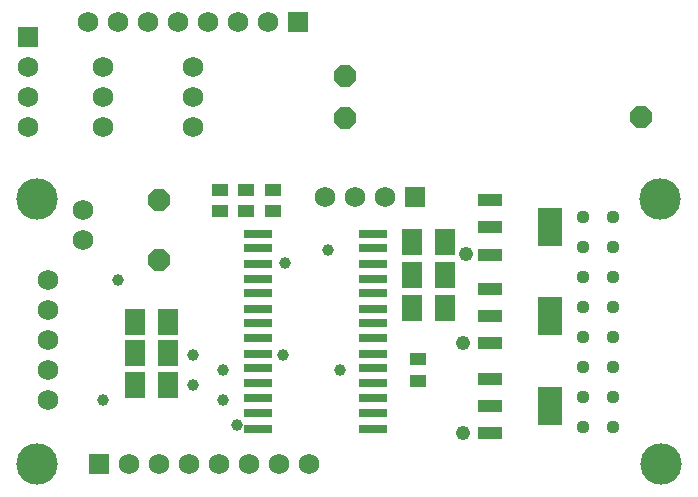
<source format=gts>
G75*
G70*
%OFA0B0*%
%FSLAX24Y24*%
%IPPOS*%
%LPD*%
%AMOC8*
5,1,8,0,0,1.08239X$1,22.5*
%
%ADD10R,0.0946X0.0316*%
%ADD11R,0.0789X0.0395*%
%ADD12R,0.0808X0.1261*%
%ADD13R,0.0710X0.0867*%
%ADD14OC8,0.0710*%
%ADD15R,0.0552X0.0395*%
%ADD16C,0.0680*%
%ADD17R,0.0680X0.0680*%
%ADD18C,0.1380*%
%ADD19OC8,0.0730*%
%ADD20C,0.0390*%
%ADD21C,0.0440*%
%ADD22C,0.0490*%
D10*
X008741Y002547D03*
X008741Y003059D03*
X008741Y003551D03*
X008741Y004063D03*
X008741Y004555D03*
X008741Y005047D03*
X008741Y005559D03*
X008741Y006051D03*
X008741Y006543D03*
X008741Y007055D03*
X008741Y007547D03*
X008741Y008039D03*
X008741Y008551D03*
X008741Y009043D03*
X012580Y009043D03*
X012580Y008551D03*
X012580Y008039D03*
X012580Y007547D03*
X012580Y007055D03*
X012580Y006543D03*
X012580Y006051D03*
X012580Y005559D03*
X012580Y005047D03*
X012580Y004555D03*
X012580Y004063D03*
X012580Y003551D03*
X012580Y003059D03*
X012580Y002547D03*
D11*
X016497Y002395D03*
X016501Y003301D03*
X016497Y004206D03*
X016497Y005395D03*
X016501Y006301D03*
X016497Y007206D03*
X016497Y008345D03*
X016501Y009251D03*
X016497Y010156D03*
D12*
X018501Y009251D03*
X018501Y006301D03*
X018501Y003301D03*
D13*
X015002Y006551D03*
X013900Y006551D03*
X013900Y007651D03*
X015002Y007651D03*
X015002Y008751D03*
X013900Y008751D03*
X005752Y006101D03*
X004650Y006101D03*
X004650Y005051D03*
X005752Y005051D03*
X005752Y004001D03*
X004650Y004001D03*
D14*
X005451Y008151D03*
X005451Y010151D03*
D15*
X007501Y010505D03*
X008351Y010505D03*
X009251Y010505D03*
X009251Y009796D03*
X008351Y009796D03*
X007501Y009796D03*
X014101Y004855D03*
X014101Y004146D03*
D16*
X010451Y001351D03*
X009451Y001351D03*
X008451Y001351D03*
X007451Y001351D03*
X006451Y001351D03*
X005451Y001351D03*
X004451Y001351D03*
X001751Y003501D03*
X001751Y004501D03*
X001751Y005501D03*
X001751Y006501D03*
X001751Y007501D03*
X002919Y008847D03*
X002919Y009847D03*
X003601Y012601D03*
X003601Y013601D03*
X003601Y014601D03*
X004101Y016101D03*
X005101Y016101D03*
X006101Y016101D03*
X007101Y016101D03*
X008101Y016101D03*
X009101Y016101D03*
X006601Y014601D03*
X006601Y013601D03*
X006601Y012601D03*
X011001Y010251D03*
X012001Y010251D03*
X013001Y010251D03*
X003101Y016101D03*
X001101Y014601D03*
X001101Y013601D03*
X001101Y012601D03*
D17*
X001101Y015601D03*
X010101Y016101D03*
X014001Y010251D03*
X003451Y001351D03*
D18*
X001401Y001351D03*
X001401Y010201D03*
X022151Y010201D03*
X022201Y001351D03*
D19*
X021522Y012931D03*
X011660Y012912D03*
X011660Y014290D03*
D20*
X011101Y008501D03*
X009651Y008051D03*
X009601Y005001D03*
X011501Y004501D03*
X008051Y002651D03*
X007601Y003501D03*
X006601Y004001D03*
X007601Y004501D03*
X006601Y005001D03*
X003601Y003501D03*
X004101Y007501D03*
D21*
X019601Y007601D03*
X020601Y007601D03*
X020601Y008601D03*
X020601Y009601D03*
X019601Y009601D03*
X019601Y008601D03*
X019601Y006601D03*
X020601Y006601D03*
X020601Y005601D03*
X019601Y005601D03*
X019601Y004601D03*
X020601Y004601D03*
X020601Y003601D03*
X020601Y002601D03*
X019601Y002601D03*
X019601Y003601D03*
D22*
X015601Y002401D03*
X015601Y005401D03*
X015701Y008351D03*
M02*

</source>
